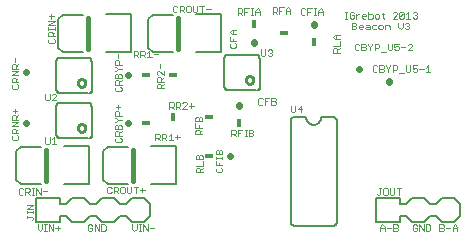
<source format=gto>
G75*
G70*
%OFA0B0*%
%FSLAX24Y24*%
%IPPOS*%
%LPD*%
%AMOC8*
5,1,8,0,0,1.08239X$1,22.5*
%
%ADD10C,0.0020*%
%ADD11C,0.0010*%
%ADD12C,0.0060*%
%ADD13C,0.0100*%
%ADD14C,0.0080*%
%ADD15C,0.0220*%
%ADD16C,0.0157*%
%ADD17R,0.0300X0.0180*%
%ADD18R,0.0180X0.0300*%
%ADD19C,0.0050*%
D10*
X005983Y003457D02*
X005983Y003604D01*
X006129Y003604D02*
X006129Y003457D01*
X006056Y003384D01*
X005983Y003457D01*
X006204Y003384D02*
X006277Y003384D01*
X006240Y003384D02*
X006240Y003604D01*
X006204Y003604D02*
X006277Y003604D01*
X006351Y003604D02*
X006498Y003384D01*
X006498Y003604D01*
X006572Y003494D02*
X006719Y003494D01*
X006645Y003567D02*
X006645Y003420D01*
X006351Y003384D02*
X006351Y003604D01*
X005841Y003786D02*
X005841Y003822D01*
X005804Y003859D01*
X005620Y003859D01*
X005620Y003822D02*
X005620Y003896D01*
X005620Y003970D02*
X005620Y004043D01*
X005620Y004007D02*
X005841Y004007D01*
X005841Y004043D02*
X005841Y003970D01*
X005841Y004117D02*
X005620Y004117D01*
X005841Y004264D01*
X005620Y004264D01*
X005566Y004598D02*
X005566Y004818D01*
X005676Y004818D01*
X005713Y004781D01*
X005713Y004708D01*
X005676Y004671D01*
X005566Y004671D01*
X005639Y004671D02*
X005713Y004598D01*
X005787Y004598D02*
X005860Y004598D01*
X005824Y004598D02*
X005824Y004818D01*
X005860Y004818D02*
X005787Y004818D01*
X005934Y004818D02*
X006081Y004598D01*
X006081Y004818D01*
X006155Y004708D02*
X006302Y004708D01*
X005934Y004598D02*
X005934Y004818D01*
X005492Y004781D02*
X005455Y004818D01*
X005382Y004818D01*
X005345Y004781D01*
X005345Y004634D01*
X005382Y004598D01*
X005455Y004598D01*
X005492Y004634D01*
X005841Y003786D02*
X005804Y003749D01*
X007656Y003567D02*
X007656Y003420D01*
X007693Y003384D01*
X007766Y003384D01*
X007803Y003420D01*
X007803Y003494D01*
X007729Y003494D01*
X007656Y003567D02*
X007693Y003604D01*
X007766Y003604D01*
X007803Y003567D01*
X007877Y003604D02*
X008024Y003384D01*
X008024Y003604D01*
X008098Y003604D02*
X008208Y003604D01*
X008245Y003567D01*
X008245Y003420D01*
X008208Y003384D01*
X008098Y003384D01*
X008098Y003604D01*
X007877Y003604D02*
X007877Y003384D01*
X009132Y003457D02*
X009206Y003384D01*
X009279Y003457D01*
X009279Y003604D01*
X009353Y003604D02*
X009427Y003604D01*
X009390Y003604D02*
X009390Y003384D01*
X009353Y003384D02*
X009427Y003384D01*
X009501Y003384D02*
X009501Y003604D01*
X009647Y003384D01*
X009647Y003604D01*
X009722Y003494D02*
X009868Y003494D01*
X009132Y003457D02*
X009132Y003604D01*
X009071Y004643D02*
X009107Y004680D01*
X009107Y004864D01*
X009182Y004864D02*
X009328Y004864D01*
X009255Y004864D02*
X009255Y004643D01*
X009071Y004643D02*
X008997Y004643D01*
X008961Y004680D01*
X008961Y004864D01*
X008886Y004827D02*
X008850Y004864D01*
X008776Y004864D01*
X008740Y004827D01*
X008740Y004680D01*
X008776Y004643D01*
X008850Y004643D01*
X008886Y004680D01*
X008886Y004827D01*
X008665Y004827D02*
X008629Y004864D01*
X008519Y004864D01*
X008519Y004643D01*
X008519Y004717D02*
X008629Y004717D01*
X008665Y004754D01*
X008665Y004827D01*
X008592Y004717D02*
X008665Y004643D01*
X008444Y004680D02*
X008408Y004643D01*
X008334Y004643D01*
X008298Y004680D01*
X008298Y004827D01*
X008334Y004864D01*
X008408Y004864D01*
X008444Y004827D01*
X009403Y004754D02*
X009549Y004754D01*
X009476Y004827D02*
X009476Y004680D01*
X011258Y005341D02*
X011258Y005452D01*
X011295Y005488D01*
X011368Y005488D01*
X011405Y005452D01*
X011405Y005341D01*
X011478Y005341D02*
X011258Y005341D01*
X011405Y005415D02*
X011478Y005488D01*
X011478Y005562D02*
X011478Y005709D01*
X011478Y005783D02*
X011478Y005894D01*
X011442Y005930D01*
X011405Y005930D01*
X011368Y005894D01*
X011368Y005783D01*
X011478Y005783D02*
X011258Y005783D01*
X011258Y005894D01*
X011295Y005930D01*
X011332Y005930D01*
X011368Y005894D01*
X011919Y005867D02*
X011919Y005794D01*
X011919Y005830D02*
X012139Y005830D01*
X012139Y005794D02*
X012139Y005867D01*
X012139Y005941D02*
X012139Y006051D01*
X012102Y006088D01*
X012066Y006088D01*
X012029Y006051D01*
X012029Y005941D01*
X012139Y005941D02*
X011919Y005941D01*
X011919Y006051D01*
X011956Y006088D01*
X011992Y006088D01*
X012029Y006051D01*
X011919Y005720D02*
X011919Y005573D01*
X012139Y005573D01*
X012102Y005499D02*
X012139Y005462D01*
X012139Y005388D01*
X012102Y005352D01*
X011956Y005352D01*
X011919Y005388D01*
X011919Y005462D01*
X011956Y005499D01*
X012029Y005573D02*
X012029Y005646D01*
X011478Y005562D02*
X011258Y005562D01*
X010491Y006415D02*
X010344Y006415D01*
X010417Y006415D02*
X010417Y006635D01*
X010344Y006562D01*
X010270Y006599D02*
X010270Y006525D01*
X010233Y006489D01*
X010123Y006489D01*
X010196Y006489D02*
X010270Y006415D01*
X010123Y006415D02*
X010123Y006635D01*
X010233Y006635D01*
X010270Y006599D01*
X010049Y006599D02*
X010049Y006525D01*
X010012Y006489D01*
X009902Y006489D01*
X009975Y006489D02*
X010049Y006415D01*
X009902Y006415D02*
X009902Y006635D01*
X010012Y006635D01*
X010049Y006599D01*
X010565Y006525D02*
X010712Y006525D01*
X010638Y006452D02*
X010638Y006599D01*
X011241Y006611D02*
X011241Y006721D01*
X011278Y006758D01*
X011351Y006758D01*
X011388Y006721D01*
X011388Y006611D01*
X011461Y006611D02*
X011241Y006611D01*
X011388Y006684D02*
X011461Y006758D01*
X011461Y006832D02*
X011241Y006832D01*
X011241Y006979D01*
X011241Y007053D02*
X011241Y007163D01*
X011278Y007200D01*
X011314Y007200D01*
X011351Y007163D01*
X011351Y007053D01*
X011351Y007163D02*
X011388Y007200D01*
X011424Y007200D01*
X011461Y007163D01*
X011461Y007053D01*
X011241Y007053D01*
X011351Y006905D02*
X011351Y006832D01*
X012437Y006767D02*
X012437Y006547D01*
X012437Y006620D02*
X012547Y006620D01*
X012583Y006657D01*
X012583Y006730D01*
X012547Y006767D01*
X012437Y006767D01*
X012510Y006620D02*
X012583Y006547D01*
X012658Y006547D02*
X012658Y006767D01*
X012804Y006767D01*
X012879Y006767D02*
X012952Y006767D01*
X012915Y006767D02*
X012915Y006547D01*
X012879Y006547D02*
X012952Y006547D01*
X013026Y006547D02*
X013136Y006547D01*
X013173Y006583D01*
X013173Y006620D01*
X013136Y006657D01*
X013026Y006657D01*
X013026Y006547D02*
X013026Y006767D01*
X013136Y006767D01*
X013173Y006730D01*
X013173Y006694D01*
X013136Y006657D01*
X012731Y006657D02*
X012658Y006657D01*
X011104Y007494D02*
X011104Y007641D01*
X011030Y007568D02*
X011177Y007568D01*
X010956Y007604D02*
X010956Y007641D01*
X010919Y007678D01*
X010846Y007678D01*
X010809Y007641D01*
X010735Y007641D02*
X010735Y007568D01*
X010698Y007531D01*
X010588Y007531D01*
X010588Y007458D02*
X010588Y007678D01*
X010698Y007678D01*
X010735Y007641D01*
X010662Y007531D02*
X010735Y007458D01*
X010809Y007458D02*
X010956Y007604D01*
X010956Y007458D02*
X010809Y007458D01*
X010514Y007458D02*
X010441Y007531D01*
X010477Y007531D02*
X010367Y007531D01*
X010367Y007458D02*
X010367Y007678D01*
X010477Y007678D01*
X010514Y007641D01*
X010514Y007568D01*
X010477Y007531D01*
X010180Y008140D02*
X009960Y008140D01*
X009960Y008250D01*
X009997Y008287D01*
X010070Y008287D01*
X010107Y008250D01*
X010107Y008140D01*
X010107Y008213D02*
X010180Y008287D01*
X010180Y008361D02*
X009960Y008361D01*
X009960Y008471D01*
X009997Y008508D01*
X010070Y008508D01*
X010107Y008471D01*
X010107Y008361D01*
X010107Y008434D02*
X010180Y008508D01*
X010180Y008582D02*
X010033Y008729D01*
X009997Y008729D01*
X009960Y008692D01*
X009960Y008619D01*
X009997Y008582D01*
X010180Y008582D02*
X010180Y008729D01*
X010070Y008803D02*
X010070Y008950D01*
X009777Y009171D02*
X009630Y009171D01*
X009703Y009171D02*
X009703Y009391D01*
X009630Y009318D01*
X009556Y009355D02*
X009556Y009281D01*
X009519Y009244D01*
X009409Y009244D01*
X009409Y009171D02*
X009409Y009391D01*
X009519Y009391D01*
X009556Y009355D01*
X009482Y009244D02*
X009556Y009171D01*
X009335Y009171D02*
X009261Y009244D01*
X009298Y009244D02*
X009188Y009244D01*
X009188Y009171D02*
X009188Y009391D01*
X009298Y009391D01*
X009335Y009355D01*
X009335Y009281D01*
X009298Y009244D01*
X009851Y009281D02*
X009998Y009281D01*
X008778Y008925D02*
X008558Y008925D01*
X008558Y009036D01*
X008595Y009072D01*
X008668Y009072D01*
X008705Y009036D01*
X008705Y008925D01*
X008595Y008851D02*
X008668Y008778D01*
X008778Y008778D01*
X008668Y008778D02*
X008595Y008704D01*
X008558Y008704D01*
X008595Y008630D02*
X008632Y008630D01*
X008668Y008594D01*
X008668Y008483D01*
X008668Y008409D02*
X008705Y008373D01*
X008705Y008262D01*
X008778Y008262D02*
X008558Y008262D01*
X008558Y008373D01*
X008595Y008409D01*
X008668Y008409D01*
X008705Y008336D02*
X008778Y008409D01*
X008778Y008483D02*
X008558Y008483D01*
X008558Y008594D01*
X008595Y008630D01*
X008668Y008594D02*
X008705Y008630D01*
X008742Y008630D01*
X008778Y008594D01*
X008778Y008483D01*
X008742Y008188D02*
X008778Y008152D01*
X008778Y008078D01*
X008742Y008041D01*
X008595Y008041D01*
X008558Y008078D01*
X008558Y008152D01*
X008595Y008188D01*
X008668Y007595D02*
X008668Y007448D01*
X008668Y007374D02*
X008705Y007337D01*
X008705Y007227D01*
X008778Y007227D02*
X008558Y007227D01*
X008558Y007337D01*
X008595Y007374D01*
X008668Y007374D01*
X008595Y007521D02*
X008742Y007521D01*
X008595Y007153D02*
X008558Y007153D01*
X008595Y007153D02*
X008668Y007079D01*
X008778Y007079D01*
X008668Y007079D02*
X008595Y007006D01*
X008558Y007006D01*
X008595Y006932D02*
X008632Y006932D01*
X008668Y006895D01*
X008668Y006785D01*
X008668Y006711D02*
X008705Y006674D01*
X008705Y006564D01*
X008778Y006564D02*
X008558Y006564D01*
X008558Y006674D01*
X008595Y006711D01*
X008668Y006711D01*
X008705Y006637D02*
X008778Y006711D01*
X008778Y006785D02*
X008778Y006895D01*
X008742Y006932D01*
X008705Y006932D01*
X008668Y006895D01*
X008595Y006932D02*
X008558Y006895D01*
X008558Y006785D01*
X008778Y006785D01*
X008742Y006490D02*
X008778Y006453D01*
X008778Y006380D01*
X008742Y006343D01*
X008595Y006343D01*
X008558Y006380D01*
X008558Y006453D01*
X008595Y006490D01*
X006602Y006289D02*
X006455Y006289D01*
X006528Y006289D02*
X006528Y006509D01*
X006455Y006436D01*
X006381Y006509D02*
X006381Y006326D01*
X006344Y006289D01*
X006271Y006289D01*
X006234Y006326D01*
X006234Y006509D01*
X005333Y006540D02*
X005296Y006577D01*
X005333Y006540D02*
X005333Y006467D01*
X005296Y006430D01*
X005149Y006430D01*
X005112Y006467D01*
X005112Y006540D01*
X005149Y006577D01*
X005112Y006651D02*
X005112Y006761D01*
X005149Y006798D01*
X005223Y006798D01*
X005259Y006761D01*
X005259Y006651D01*
X005333Y006651D02*
X005112Y006651D01*
X005259Y006725D02*
X005333Y006798D01*
X005333Y006872D02*
X005112Y006872D01*
X005333Y007019D01*
X005112Y007019D01*
X005112Y007093D02*
X005112Y007203D01*
X005149Y007240D01*
X005223Y007240D01*
X005259Y007203D01*
X005259Y007093D01*
X005259Y007167D02*
X005333Y007240D01*
X005223Y007314D02*
X005223Y007461D01*
X005149Y007388D02*
X005296Y007388D01*
X005333Y007093D02*
X005112Y007093D01*
X006234Y007779D02*
X006271Y007742D01*
X006344Y007742D01*
X006381Y007779D01*
X006381Y007962D01*
X006455Y007925D02*
X006492Y007962D01*
X006565Y007962D01*
X006602Y007925D01*
X006602Y007889D01*
X006455Y007742D01*
X006602Y007742D01*
X006234Y007779D02*
X006234Y007962D01*
X005333Y008167D02*
X005296Y008130D01*
X005149Y008130D01*
X005112Y008167D01*
X005112Y008240D01*
X005149Y008277D01*
X005112Y008351D02*
X005112Y008461D01*
X005149Y008498D01*
X005223Y008498D01*
X005259Y008461D01*
X005259Y008351D01*
X005333Y008351D02*
X005112Y008351D01*
X005259Y008425D02*
X005333Y008498D01*
X005333Y008572D02*
X005112Y008572D01*
X005333Y008719D01*
X005112Y008719D01*
X005112Y008793D02*
X005112Y008903D01*
X005149Y008940D01*
X005223Y008940D01*
X005259Y008903D01*
X005259Y008793D01*
X005259Y008867D02*
X005333Y008940D01*
X005223Y009014D02*
X005223Y009161D01*
X005333Y008793D02*
X005112Y008793D01*
X005296Y008277D02*
X005333Y008240D01*
X005333Y008167D01*
X006370Y009654D02*
X006333Y009691D01*
X006333Y009764D01*
X006370Y009801D01*
X006333Y009875D02*
X006333Y009985D01*
X006370Y010022D01*
X006443Y010022D01*
X006480Y009985D01*
X006480Y009875D01*
X006553Y009875D02*
X006333Y009875D01*
X006480Y009948D02*
X006553Y010022D01*
X006553Y010096D02*
X006553Y010169D01*
X006553Y010133D02*
X006333Y010133D01*
X006333Y010169D02*
X006333Y010096D01*
X006333Y010243D02*
X006553Y010390D01*
X006333Y010390D01*
X006443Y010464D02*
X006443Y010611D01*
X006370Y010538D02*
X006516Y010538D01*
X006553Y010243D02*
X006333Y010243D01*
X006516Y009801D02*
X006553Y009764D01*
X006553Y009691D01*
X006516Y009654D01*
X006370Y009654D01*
X008668Y009293D02*
X008668Y009146D01*
X008595Y008851D02*
X008558Y008851D01*
X010492Y010708D02*
X010529Y010671D01*
X010602Y010671D01*
X010639Y010708D01*
X010713Y010744D02*
X010823Y010744D01*
X010860Y010781D01*
X010860Y010855D01*
X010823Y010891D01*
X010713Y010891D01*
X010713Y010671D01*
X010787Y010744D02*
X010860Y010671D01*
X010934Y010708D02*
X010971Y010671D01*
X011044Y010671D01*
X011081Y010708D01*
X011081Y010855D01*
X011044Y010891D01*
X010971Y010891D01*
X010934Y010855D01*
X010934Y010708D01*
X011155Y010708D02*
X011192Y010671D01*
X011265Y010671D01*
X011302Y010708D01*
X011302Y010891D01*
X011376Y010891D02*
X011523Y010891D01*
X011449Y010891D02*
X011449Y010671D01*
X011597Y010781D02*
X011744Y010781D01*
X011155Y010708D02*
X011155Y010891D01*
X010639Y010855D02*
X010602Y010891D01*
X010529Y010891D01*
X010492Y010855D01*
X010492Y010708D01*
X012379Y010016D02*
X012453Y009943D01*
X012600Y009943D01*
X012489Y009943D02*
X012489Y010089D01*
X012453Y010089D02*
X012600Y010089D01*
X012453Y010089D02*
X012379Y010016D01*
X012379Y009868D02*
X012379Y009722D01*
X012600Y009722D01*
X012563Y009647D02*
X012600Y009611D01*
X012600Y009537D01*
X012563Y009501D01*
X012416Y009501D01*
X012379Y009537D01*
X012379Y009611D01*
X012416Y009647D01*
X012489Y009722D02*
X012489Y009795D01*
X013429Y009437D02*
X013429Y009253D01*
X013466Y009217D01*
X013539Y009217D01*
X013576Y009253D01*
X013576Y009437D01*
X013650Y009400D02*
X013687Y009437D01*
X013760Y009437D01*
X013797Y009400D01*
X013797Y009363D01*
X013760Y009327D01*
X013797Y009290D01*
X013797Y009253D01*
X013760Y009217D01*
X013687Y009217D01*
X013650Y009253D01*
X013724Y009327D02*
X013760Y009327D01*
X013812Y010624D02*
X013812Y010844D01*
X013922Y010844D01*
X013959Y010807D01*
X013959Y010734D01*
X013922Y010697D01*
X013812Y010697D01*
X013886Y010697D02*
X013959Y010624D01*
X014033Y010624D02*
X014033Y010844D01*
X014180Y010844D01*
X014254Y010771D02*
X014328Y010844D01*
X014401Y010771D01*
X014401Y010624D01*
X014401Y010734D02*
X014254Y010734D01*
X014254Y010771D02*
X014254Y010624D01*
X014107Y010734D02*
X014033Y010734D01*
X013389Y010735D02*
X013389Y010588D01*
X013389Y010698D02*
X013242Y010698D01*
X013242Y010735D02*
X013242Y010588D01*
X013169Y010588D02*
X013095Y010588D01*
X013132Y010588D02*
X013132Y010809D01*
X013095Y010809D02*
X013169Y010809D01*
X013242Y010735D02*
X013316Y010809D01*
X013389Y010735D01*
X013021Y010809D02*
X012874Y010809D01*
X012874Y010588D01*
X012800Y010588D02*
X012727Y010662D01*
X012763Y010662D02*
X012653Y010662D01*
X012653Y010588D02*
X012653Y010809D01*
X012763Y010809D01*
X012800Y010772D01*
X012800Y010698D01*
X012763Y010662D01*
X012874Y010698D02*
X012948Y010698D01*
X014752Y010625D02*
X014788Y010588D01*
X014862Y010588D01*
X014898Y010625D01*
X014973Y010588D02*
X014973Y010809D01*
X015119Y010809D01*
X015194Y010809D02*
X015267Y010809D01*
X015230Y010809D02*
X015230Y010588D01*
X015194Y010588D02*
X015267Y010588D01*
X015341Y010588D02*
X015341Y010735D01*
X015414Y010809D01*
X015488Y010735D01*
X015488Y010588D01*
X015488Y010698D02*
X015341Y010698D01*
X015046Y010698D02*
X014973Y010698D01*
X014898Y010772D02*
X014862Y010809D01*
X014788Y010809D01*
X014752Y010772D01*
X014752Y010625D01*
X015824Y009851D02*
X015898Y009924D01*
X016044Y009924D01*
X015934Y009924D02*
X015934Y009777D01*
X015898Y009777D02*
X015824Y009851D01*
X015898Y009777D02*
X016044Y009777D01*
X016044Y009703D02*
X016044Y009556D01*
X015824Y009556D01*
X015861Y009482D02*
X015934Y009482D01*
X015971Y009445D01*
X015971Y009335D01*
X016044Y009335D02*
X015824Y009335D01*
X015824Y009445D01*
X015861Y009482D01*
X015971Y009409D02*
X016044Y009482D01*
X016549Y009440D02*
X016586Y009403D01*
X016659Y009403D01*
X016696Y009440D01*
X016770Y009403D02*
X016880Y009403D01*
X016917Y009440D01*
X016917Y009477D01*
X016880Y009513D01*
X016770Y009513D01*
X016696Y009587D02*
X016659Y009623D01*
X016586Y009623D01*
X016549Y009587D01*
X016549Y009440D01*
X016770Y009403D02*
X016770Y009623D01*
X016880Y009623D01*
X016917Y009587D01*
X016917Y009550D01*
X016880Y009513D01*
X016991Y009587D02*
X017065Y009513D01*
X017065Y009403D01*
X017065Y009513D02*
X017138Y009587D01*
X017138Y009623D01*
X017212Y009623D02*
X017322Y009623D01*
X017359Y009587D01*
X017359Y009513D01*
X017322Y009477D01*
X017212Y009477D01*
X017212Y009403D02*
X017212Y009623D01*
X016991Y009623D02*
X016991Y009587D01*
X017433Y009367D02*
X017580Y009367D01*
X017654Y009440D02*
X017691Y009403D01*
X017764Y009403D01*
X017801Y009440D01*
X017801Y009623D01*
X017875Y009623D02*
X017875Y009513D01*
X017949Y009550D01*
X017985Y009550D01*
X018022Y009513D01*
X018022Y009440D01*
X017985Y009403D01*
X017912Y009403D01*
X017875Y009440D01*
X017875Y009623D02*
X018022Y009623D01*
X018096Y009513D02*
X018243Y009513D01*
X018317Y009587D02*
X018354Y009623D01*
X018427Y009623D01*
X018464Y009587D01*
X018464Y009550D01*
X018317Y009403D01*
X018464Y009403D01*
X018479Y008909D02*
X018479Y008798D01*
X018552Y008835D01*
X018589Y008835D01*
X018626Y008798D01*
X018626Y008725D01*
X018589Y008688D01*
X018516Y008688D01*
X018479Y008725D01*
X018405Y008725D02*
X018405Y008909D01*
X018479Y008909D02*
X018626Y008909D01*
X018700Y008798D02*
X018847Y008798D01*
X018921Y008835D02*
X018994Y008909D01*
X018994Y008688D01*
X018921Y008688D02*
X019068Y008688D01*
X018405Y008725D02*
X018368Y008688D01*
X018295Y008688D01*
X018258Y008725D01*
X018258Y008909D01*
X017963Y008872D02*
X017963Y008798D01*
X017926Y008762D01*
X017816Y008762D01*
X017816Y008688D02*
X017816Y008909D01*
X017926Y008909D01*
X017963Y008872D01*
X017742Y008872D02*
X017669Y008798D01*
X017669Y008688D01*
X017669Y008798D02*
X017595Y008872D01*
X017595Y008909D01*
X017521Y008872D02*
X017521Y008835D01*
X017484Y008798D01*
X017374Y008798D01*
X017300Y008725D02*
X017263Y008688D01*
X017190Y008688D01*
X017153Y008725D01*
X017153Y008872D01*
X017190Y008909D01*
X017263Y008909D01*
X017300Y008872D01*
X017374Y008909D02*
X017484Y008909D01*
X017521Y008872D01*
X017484Y008798D02*
X017521Y008762D01*
X017521Y008725D01*
X017484Y008688D01*
X017374Y008688D01*
X017374Y008909D01*
X017742Y008909D02*
X017742Y008872D01*
X018037Y008652D02*
X018184Y008652D01*
X017654Y009440D02*
X017654Y009623D01*
X017711Y010112D02*
X017711Y010222D01*
X017674Y010259D01*
X017564Y010259D01*
X017564Y010112D01*
X017490Y010149D02*
X017453Y010112D01*
X017380Y010112D01*
X017343Y010149D01*
X017343Y010222D01*
X017380Y010259D01*
X017453Y010259D01*
X017490Y010222D01*
X017490Y010149D01*
X017269Y010112D02*
X017159Y010112D01*
X017122Y010149D01*
X017122Y010222D01*
X017159Y010259D01*
X017269Y010259D01*
X017048Y010222D02*
X017048Y010112D01*
X016938Y010112D01*
X016901Y010149D01*
X016938Y010185D01*
X017048Y010185D01*
X017048Y010222D02*
X017011Y010259D01*
X016938Y010259D01*
X016827Y010222D02*
X016827Y010185D01*
X016680Y010185D01*
X016680Y010149D02*
X016680Y010222D01*
X016717Y010259D01*
X016790Y010259D01*
X016827Y010222D01*
X016790Y010112D02*
X016717Y010112D01*
X016680Y010149D01*
X016606Y010149D02*
X016569Y010112D01*
X016459Y010112D01*
X016459Y010332D01*
X016569Y010332D01*
X016606Y010295D01*
X016606Y010259D01*
X016569Y010222D01*
X016459Y010222D01*
X016569Y010222D02*
X016606Y010185D01*
X016606Y010149D01*
X016599Y010466D02*
X016599Y010613D01*
X016599Y010540D02*
X016672Y010613D01*
X016709Y010613D01*
X016783Y010576D02*
X016820Y010613D01*
X016893Y010613D01*
X016930Y010576D01*
X016930Y010540D01*
X016783Y010540D01*
X016783Y010576D02*
X016783Y010503D01*
X016820Y010466D01*
X016893Y010466D01*
X017004Y010466D02*
X017004Y010686D01*
X017004Y010613D02*
X017114Y010613D01*
X017151Y010576D01*
X017151Y010503D01*
X017114Y010466D01*
X017004Y010466D01*
X017225Y010503D02*
X017225Y010576D01*
X017262Y010613D01*
X017335Y010613D01*
X017372Y010576D01*
X017372Y010503D01*
X017335Y010466D01*
X017262Y010466D01*
X017225Y010503D01*
X017446Y010613D02*
X017520Y010613D01*
X017483Y010650D02*
X017483Y010503D01*
X017520Y010466D01*
X017814Y010466D02*
X017961Y010613D01*
X017961Y010650D01*
X017925Y010686D01*
X017851Y010686D01*
X017814Y010650D01*
X017814Y010466D02*
X017961Y010466D01*
X018035Y010503D02*
X018182Y010650D01*
X018182Y010503D01*
X018146Y010466D01*
X018072Y010466D01*
X018035Y010503D01*
X018035Y010650D01*
X018072Y010686D01*
X018146Y010686D01*
X018182Y010650D01*
X018256Y010613D02*
X018330Y010686D01*
X018330Y010466D01*
X018403Y010466D02*
X018256Y010466D01*
X018264Y010332D02*
X018337Y010332D01*
X018374Y010295D01*
X018374Y010259D01*
X018337Y010222D01*
X018374Y010185D01*
X018374Y010149D01*
X018337Y010112D01*
X018264Y010112D01*
X018227Y010149D01*
X018153Y010185D02*
X018153Y010332D01*
X018227Y010295D02*
X018264Y010332D01*
X018300Y010222D02*
X018337Y010222D01*
X018153Y010185D02*
X018079Y010112D01*
X018006Y010185D01*
X018006Y010332D01*
X018477Y010503D02*
X018514Y010466D01*
X018588Y010466D01*
X018624Y010503D01*
X018624Y010540D01*
X018588Y010576D01*
X018551Y010576D01*
X018588Y010576D02*
X018624Y010613D01*
X018624Y010650D01*
X018588Y010686D01*
X018514Y010686D01*
X018477Y010650D01*
X016525Y010650D02*
X016488Y010686D01*
X016415Y010686D01*
X016378Y010650D01*
X016378Y010503D01*
X016415Y010466D01*
X016488Y010466D01*
X016525Y010503D01*
X016525Y010576D01*
X016451Y010576D01*
X016304Y010466D02*
X016231Y010466D01*
X016267Y010466D02*
X016267Y010686D01*
X016231Y010686D02*
X016304Y010686D01*
X013886Y007813D02*
X013776Y007813D01*
X013776Y007593D01*
X013886Y007593D01*
X013923Y007630D01*
X013923Y007666D01*
X013886Y007703D01*
X013776Y007703D01*
X013886Y007703D02*
X013923Y007740D01*
X013923Y007777D01*
X013886Y007813D01*
X013702Y007813D02*
X013555Y007813D01*
X013555Y007593D01*
X013481Y007630D02*
X013444Y007593D01*
X013371Y007593D01*
X013334Y007630D01*
X013334Y007777D01*
X013371Y007813D01*
X013444Y007813D01*
X013481Y007777D01*
X013555Y007703D02*
X013629Y007703D01*
X014425Y007559D02*
X014425Y007375D01*
X014462Y007338D01*
X014535Y007338D01*
X014572Y007375D01*
X014572Y007559D01*
X014646Y007448D02*
X014793Y007448D01*
X014756Y007338D02*
X014756Y007559D01*
X014646Y007448D01*
X017355Y004809D02*
X017428Y004809D01*
X017391Y004809D02*
X017391Y004625D01*
X017355Y004588D01*
X017318Y004588D01*
X017281Y004625D01*
X017502Y004625D02*
X017502Y004772D01*
X017539Y004809D01*
X017612Y004809D01*
X017649Y004772D01*
X017649Y004625D01*
X017612Y004588D01*
X017539Y004588D01*
X017502Y004625D01*
X017723Y004625D02*
X017723Y004809D01*
X017870Y004809D02*
X017870Y004625D01*
X017833Y004588D01*
X017760Y004588D01*
X017723Y004625D01*
X017944Y004809D02*
X018091Y004809D01*
X018017Y004809D02*
X018017Y004588D01*
X017952Y003604D02*
X017842Y003604D01*
X017842Y003384D01*
X017952Y003384D01*
X017989Y003420D01*
X017989Y003457D01*
X017952Y003494D01*
X017842Y003494D01*
X017768Y003494D02*
X017621Y003494D01*
X017547Y003494D02*
X017400Y003494D01*
X017400Y003530D02*
X017473Y003604D01*
X017547Y003530D01*
X017547Y003384D01*
X017400Y003384D02*
X017400Y003530D01*
X017952Y003494D02*
X017989Y003530D01*
X017989Y003567D01*
X017952Y003604D01*
X018483Y003567D02*
X018483Y003420D01*
X018519Y003384D01*
X018593Y003384D01*
X018629Y003420D01*
X018629Y003494D01*
X018556Y003494D01*
X018483Y003567D02*
X018519Y003604D01*
X018593Y003604D01*
X018629Y003567D01*
X018704Y003604D02*
X018850Y003384D01*
X018850Y003604D01*
X018925Y003604D02*
X019035Y003604D01*
X019071Y003567D01*
X019071Y003420D01*
X019035Y003384D01*
X018925Y003384D01*
X018925Y003604D01*
X018704Y003604D02*
X018704Y003384D01*
X019369Y003384D02*
X019479Y003384D01*
X019515Y003420D01*
X019515Y003457D01*
X019479Y003494D01*
X019369Y003494D01*
X019479Y003494D02*
X019515Y003530D01*
X019515Y003567D01*
X019479Y003604D01*
X019369Y003604D01*
X019369Y003384D01*
X019590Y003494D02*
X019736Y003494D01*
X019811Y003494D02*
X019957Y003494D01*
X019957Y003530D02*
X019957Y003384D01*
X019957Y003530D02*
X019884Y003604D01*
X019811Y003530D01*
X019811Y003384D01*
D11*
X013282Y008072D02*
X013282Y008122D01*
X013283Y008121D02*
X013298Y008124D01*
X013312Y008129D01*
X013324Y008137D01*
X013335Y008148D01*
X013343Y008160D01*
X013348Y008174D01*
X013351Y008189D01*
X013400Y008190D01*
X013401Y008189D01*
X013398Y008169D01*
X013393Y008149D01*
X013384Y008131D01*
X013372Y008115D01*
X013357Y008100D01*
X013341Y008088D01*
X013323Y008079D01*
X013303Y008074D01*
X013283Y008071D01*
X013283Y008080D01*
X013302Y008082D01*
X013320Y008088D01*
X013336Y008096D01*
X013352Y008107D01*
X013365Y008120D01*
X013376Y008136D01*
X013384Y008152D01*
X013390Y008170D01*
X013392Y008189D01*
X013383Y008189D01*
X013380Y008170D01*
X013374Y008152D01*
X013365Y008135D01*
X013352Y008120D01*
X013337Y008107D01*
X013320Y008098D01*
X013302Y008092D01*
X013283Y008089D01*
X013283Y008098D01*
X013300Y008101D01*
X013317Y008106D01*
X013332Y008115D01*
X013346Y008126D01*
X013357Y008140D01*
X013366Y008155D01*
X013371Y008172D01*
X013374Y008189D01*
X013365Y008189D01*
X013362Y008171D01*
X013355Y008154D01*
X013346Y008139D01*
X013333Y008126D01*
X013318Y008117D01*
X013301Y008110D01*
X013283Y008107D01*
X013283Y008116D01*
X013299Y008119D01*
X013314Y008125D01*
X013327Y008133D01*
X013339Y008145D01*
X013347Y008158D01*
X013353Y008173D01*
X013356Y008189D01*
X012184Y008190D02*
X012234Y008190D01*
X012233Y008189D02*
X012236Y008174D01*
X012241Y008160D01*
X012249Y008148D01*
X012260Y008137D01*
X012272Y008129D01*
X012286Y008124D01*
X012301Y008121D01*
X012302Y008072D01*
X012301Y008071D01*
X012281Y008074D01*
X012261Y008079D01*
X012243Y008088D01*
X012227Y008100D01*
X012212Y008115D01*
X012200Y008131D01*
X012191Y008149D01*
X012186Y008169D01*
X012183Y008189D01*
X012192Y008189D01*
X012194Y008170D01*
X012200Y008152D01*
X012208Y008136D01*
X012219Y008120D01*
X012232Y008107D01*
X012248Y008096D01*
X012264Y008088D01*
X012282Y008082D01*
X012301Y008080D01*
X012301Y008089D01*
X012282Y008092D01*
X012264Y008098D01*
X012247Y008107D01*
X012232Y008120D01*
X012219Y008135D01*
X012210Y008152D01*
X012204Y008170D01*
X012201Y008189D01*
X012210Y008189D01*
X012213Y008172D01*
X012218Y008155D01*
X012227Y008140D01*
X012238Y008126D01*
X012252Y008115D01*
X012267Y008106D01*
X012284Y008101D01*
X012301Y008098D01*
X012301Y008107D01*
X012283Y008110D01*
X012266Y008117D01*
X012251Y008126D01*
X012238Y008139D01*
X012229Y008154D01*
X012222Y008171D01*
X012219Y008189D01*
X012228Y008189D01*
X012231Y008173D01*
X012237Y008158D01*
X012245Y008145D01*
X012257Y008133D01*
X012270Y008125D01*
X012285Y008119D01*
X012301Y008116D01*
X007682Y007972D02*
X007682Y008022D01*
X007683Y008021D02*
X007698Y008024D01*
X007712Y008029D01*
X007724Y008037D01*
X007735Y008048D01*
X007743Y008060D01*
X007748Y008074D01*
X007751Y008089D01*
X007800Y008090D01*
X007801Y008089D01*
X007798Y008069D01*
X007793Y008049D01*
X007784Y008031D01*
X007772Y008015D01*
X007757Y008000D01*
X007741Y007988D01*
X007723Y007979D01*
X007703Y007974D01*
X007683Y007971D01*
X007683Y007980D01*
X007702Y007982D01*
X007720Y007988D01*
X007736Y007996D01*
X007752Y008007D01*
X007765Y008020D01*
X007776Y008036D01*
X007784Y008052D01*
X007790Y008070D01*
X007792Y008089D01*
X007783Y008089D01*
X007780Y008070D01*
X007774Y008052D01*
X007765Y008035D01*
X007752Y008020D01*
X007737Y008007D01*
X007720Y007998D01*
X007702Y007992D01*
X007683Y007989D01*
X007683Y007998D01*
X007700Y008001D01*
X007717Y008006D01*
X007732Y008015D01*
X007746Y008026D01*
X007757Y008040D01*
X007766Y008055D01*
X007771Y008072D01*
X007774Y008089D01*
X007765Y008089D01*
X007762Y008071D01*
X007755Y008054D01*
X007746Y008039D01*
X007733Y008026D01*
X007718Y008017D01*
X007701Y008010D01*
X007683Y008007D01*
X007683Y008016D01*
X007699Y008019D01*
X007714Y008025D01*
X007727Y008033D01*
X007739Y008045D01*
X007747Y008058D01*
X007753Y008073D01*
X007756Y008089D01*
X006584Y008090D02*
X006634Y008090D01*
X006633Y008089D02*
X006636Y008074D01*
X006641Y008060D01*
X006649Y008048D01*
X006660Y008037D01*
X006672Y008029D01*
X006686Y008024D01*
X006701Y008021D01*
X006702Y007972D01*
X006701Y007971D01*
X006681Y007974D01*
X006661Y007979D01*
X006643Y007988D01*
X006627Y008000D01*
X006612Y008015D01*
X006600Y008031D01*
X006591Y008049D01*
X006586Y008069D01*
X006583Y008089D01*
X006592Y008089D01*
X006594Y008070D01*
X006600Y008052D01*
X006608Y008036D01*
X006619Y008020D01*
X006632Y008007D01*
X006648Y007996D01*
X006664Y007988D01*
X006682Y007982D01*
X006701Y007980D01*
X006701Y007989D01*
X006682Y007992D01*
X006664Y007998D01*
X006647Y008007D01*
X006632Y008020D01*
X006619Y008035D01*
X006610Y008052D01*
X006604Y008070D01*
X006601Y008089D01*
X006610Y008089D01*
X006613Y008072D01*
X006618Y008055D01*
X006627Y008040D01*
X006638Y008026D01*
X006652Y008015D01*
X006667Y008006D01*
X006684Y008001D01*
X006701Y007998D01*
X006701Y008007D01*
X006683Y008010D01*
X006666Y008017D01*
X006651Y008026D01*
X006638Y008039D01*
X006629Y008054D01*
X006622Y008071D01*
X006619Y008089D01*
X006628Y008089D01*
X006631Y008073D01*
X006637Y008058D01*
X006645Y008045D01*
X006657Y008033D01*
X006670Y008025D01*
X006685Y008019D01*
X006701Y008016D01*
X006584Y006590D02*
X006634Y006590D01*
X006633Y006589D02*
X006636Y006574D01*
X006641Y006560D01*
X006649Y006548D01*
X006660Y006537D01*
X006672Y006529D01*
X006686Y006524D01*
X006701Y006521D01*
X006702Y006472D01*
X006701Y006471D01*
X006681Y006474D01*
X006661Y006479D01*
X006643Y006488D01*
X006627Y006500D01*
X006612Y006515D01*
X006600Y006531D01*
X006591Y006549D01*
X006586Y006569D01*
X006583Y006589D01*
X006592Y006589D01*
X006594Y006570D01*
X006600Y006552D01*
X006608Y006536D01*
X006619Y006520D01*
X006632Y006507D01*
X006648Y006496D01*
X006664Y006488D01*
X006682Y006482D01*
X006701Y006480D01*
X006701Y006489D01*
X006682Y006492D01*
X006664Y006498D01*
X006647Y006507D01*
X006632Y006520D01*
X006619Y006535D01*
X006610Y006552D01*
X006604Y006570D01*
X006601Y006589D01*
X006610Y006589D01*
X006613Y006572D01*
X006618Y006555D01*
X006627Y006540D01*
X006638Y006526D01*
X006652Y006515D01*
X006667Y006506D01*
X006684Y006501D01*
X006701Y006498D01*
X006701Y006507D01*
X006683Y006510D01*
X006666Y006517D01*
X006651Y006526D01*
X006638Y006539D01*
X006629Y006554D01*
X006622Y006571D01*
X006619Y006589D01*
X006628Y006589D01*
X006631Y006573D01*
X006637Y006558D01*
X006645Y006545D01*
X006657Y006533D01*
X006670Y006525D01*
X006685Y006519D01*
X006701Y006516D01*
X007682Y006472D02*
X007682Y006522D01*
X007683Y006521D02*
X007698Y006524D01*
X007712Y006529D01*
X007724Y006537D01*
X007735Y006548D01*
X007743Y006560D01*
X007748Y006574D01*
X007751Y006589D01*
X007800Y006590D01*
X007801Y006589D01*
X007798Y006569D01*
X007793Y006549D01*
X007784Y006531D01*
X007772Y006515D01*
X007757Y006500D01*
X007741Y006488D01*
X007723Y006479D01*
X007703Y006474D01*
X007683Y006471D01*
X007683Y006480D01*
X007702Y006482D01*
X007720Y006488D01*
X007736Y006496D01*
X007752Y006507D01*
X007765Y006520D01*
X007776Y006536D01*
X007784Y006552D01*
X007790Y006570D01*
X007792Y006589D01*
X007783Y006589D01*
X007780Y006570D01*
X007774Y006552D01*
X007765Y006535D01*
X007752Y006520D01*
X007737Y006507D01*
X007720Y006498D01*
X007702Y006492D01*
X007683Y006489D01*
X007683Y006498D01*
X007700Y006501D01*
X007717Y006506D01*
X007732Y006515D01*
X007746Y006526D01*
X007757Y006540D01*
X007766Y006555D01*
X007771Y006572D01*
X007774Y006589D01*
X007765Y006589D01*
X007762Y006571D01*
X007755Y006554D01*
X007746Y006539D01*
X007733Y006526D01*
X007718Y006517D01*
X007701Y006510D01*
X007683Y006507D01*
X007683Y006516D01*
X007699Y006519D01*
X007714Y006525D01*
X007727Y006533D01*
X007739Y006545D01*
X007747Y006558D01*
X007753Y006573D01*
X007756Y006589D01*
D12*
X007777Y006598D02*
X007777Y007567D01*
X007776Y007563D02*
X007775Y007580D01*
X007770Y007597D01*
X007763Y007612D01*
X007753Y007626D01*
X007741Y007638D01*
X007727Y007648D01*
X007712Y007655D01*
X007695Y007660D01*
X007678Y007661D01*
X006706Y007661D01*
X006689Y007660D01*
X006672Y007655D01*
X006657Y007648D01*
X006643Y007638D01*
X006631Y007626D01*
X006621Y007612D01*
X006614Y007597D01*
X006609Y007580D01*
X006608Y007563D01*
X006607Y007567D02*
X006607Y006598D01*
X006706Y006496D02*
X007674Y006496D01*
X007674Y007996D02*
X006706Y007996D01*
X006607Y008098D02*
X006607Y009067D01*
X006608Y009063D02*
X006609Y009080D01*
X006614Y009097D01*
X006621Y009112D01*
X006631Y009126D01*
X006643Y009138D01*
X006657Y009148D01*
X006672Y009155D01*
X006689Y009160D01*
X006706Y009161D01*
X007678Y009161D01*
X007695Y009160D01*
X007712Y009155D01*
X007727Y009148D01*
X007741Y009138D01*
X007753Y009126D01*
X007763Y009112D01*
X007770Y009097D01*
X007775Y009080D01*
X007776Y009063D01*
X007777Y009067D02*
X007777Y008098D01*
X012207Y008198D02*
X012207Y009167D01*
X012208Y009163D02*
X012209Y009180D01*
X012214Y009197D01*
X012221Y009212D01*
X012231Y009226D01*
X012243Y009238D01*
X012257Y009248D01*
X012272Y009255D01*
X012289Y009260D01*
X012306Y009261D01*
X013278Y009261D01*
X013295Y009260D01*
X013312Y009255D01*
X013327Y009248D01*
X013341Y009238D01*
X013353Y009226D01*
X013363Y009212D01*
X013370Y009197D01*
X013375Y009180D01*
X013376Y009163D01*
X013377Y009167D02*
X013377Y008198D01*
X013274Y008096D02*
X012306Y008096D01*
D13*
X012918Y008422D02*
X012920Y008444D01*
X012926Y008466D01*
X012935Y008486D01*
X012948Y008504D01*
X012964Y008520D01*
X012982Y008533D01*
X013002Y008542D01*
X013024Y008548D01*
X013046Y008550D01*
X013068Y008548D01*
X013090Y008542D01*
X013110Y008533D01*
X013128Y008520D01*
X013144Y008504D01*
X013157Y008486D01*
X013166Y008466D01*
X013172Y008444D01*
X013174Y008422D01*
X013172Y008400D01*
X013166Y008378D01*
X013157Y008358D01*
X013144Y008340D01*
X013128Y008324D01*
X013110Y008311D01*
X013090Y008302D01*
X013068Y008296D01*
X013046Y008294D01*
X013024Y008296D01*
X013002Y008302D01*
X012982Y008311D01*
X012964Y008324D01*
X012948Y008340D01*
X012935Y008358D01*
X012926Y008378D01*
X012920Y008400D01*
X012918Y008422D01*
X007318Y008322D02*
X007320Y008344D01*
X007326Y008366D01*
X007335Y008386D01*
X007348Y008404D01*
X007364Y008420D01*
X007382Y008433D01*
X007402Y008442D01*
X007424Y008448D01*
X007446Y008450D01*
X007468Y008448D01*
X007490Y008442D01*
X007510Y008433D01*
X007528Y008420D01*
X007544Y008404D01*
X007557Y008386D01*
X007566Y008366D01*
X007572Y008344D01*
X007574Y008322D01*
X007572Y008300D01*
X007566Y008278D01*
X007557Y008258D01*
X007544Y008240D01*
X007528Y008224D01*
X007510Y008211D01*
X007490Y008202D01*
X007468Y008196D01*
X007446Y008194D01*
X007424Y008196D01*
X007402Y008202D01*
X007382Y008211D01*
X007364Y008224D01*
X007348Y008240D01*
X007335Y008258D01*
X007326Y008278D01*
X007320Y008300D01*
X007318Y008322D01*
X007318Y006822D02*
X007320Y006844D01*
X007326Y006866D01*
X007335Y006886D01*
X007348Y006904D01*
X007364Y006920D01*
X007382Y006933D01*
X007402Y006942D01*
X007424Y006948D01*
X007446Y006950D01*
X007468Y006948D01*
X007490Y006942D01*
X007510Y006933D01*
X007528Y006920D01*
X007544Y006904D01*
X007557Y006886D01*
X007566Y006866D01*
X007572Y006844D01*
X007574Y006822D01*
X007572Y006800D01*
X007566Y006778D01*
X007557Y006758D01*
X007544Y006740D01*
X007528Y006724D01*
X007510Y006711D01*
X007490Y006702D01*
X007468Y006696D01*
X007446Y006694D01*
X007424Y006696D01*
X007402Y006702D01*
X007382Y006711D01*
X007364Y006724D01*
X007348Y006740D01*
X007335Y006758D01*
X007326Y006778D01*
X007320Y006800D01*
X007318Y006822D01*
D14*
X007710Y006208D02*
X006844Y006208D01*
X007710Y006208D02*
X007710Y004968D01*
X006844Y004968D01*
X006096Y004968D02*
X005427Y004968D01*
X005270Y005086D01*
X005270Y006051D01*
X005427Y006189D01*
X006096Y006189D01*
X008170Y006051D02*
X008170Y005086D01*
X008327Y004968D01*
X008996Y004968D01*
X009744Y004968D02*
X010610Y004968D01*
X010610Y006208D01*
X009744Y006208D01*
X008996Y006189D02*
X008327Y006189D01*
X008170Y006051D01*
X008244Y009368D02*
X009110Y009368D01*
X009110Y010608D01*
X008244Y010608D01*
X007496Y010589D02*
X006827Y010589D01*
X006670Y010451D01*
X006670Y009486D01*
X006827Y009368D01*
X007496Y009368D01*
X009670Y009486D02*
X009827Y009368D01*
X010496Y009368D01*
X011244Y009368D02*
X012110Y009368D01*
X012110Y010608D01*
X011244Y010608D01*
X010496Y010589D02*
X009827Y010589D01*
X009670Y010451D01*
X009670Y009486D01*
X014424Y007048D02*
X014424Y003669D01*
X014423Y003669D02*
X014428Y003649D01*
X014436Y003630D01*
X014447Y003612D01*
X014460Y003596D01*
X014476Y003583D01*
X014493Y003572D01*
X014512Y003564D01*
X014532Y003559D01*
X014553Y003557D01*
X014574Y003558D01*
X015806Y003558D01*
X015829Y003560D01*
X015852Y003565D01*
X015874Y003574D01*
X015894Y003587D01*
X015912Y003602D01*
X015927Y003620D01*
X015940Y003640D01*
X015949Y003662D01*
X015954Y003685D01*
X015956Y003708D01*
X015956Y007048D01*
X015957Y007049D02*
X015952Y007073D01*
X015944Y007096D01*
X015933Y007117D01*
X015919Y007137D01*
X015902Y007155D01*
X015883Y007170D01*
X015862Y007183D01*
X015840Y007192D01*
X015816Y007198D01*
X015792Y007200D01*
X015767Y007199D01*
X015762Y007198D02*
X015430Y007198D01*
X015430Y007178D02*
X015428Y007148D01*
X015423Y007118D01*
X015414Y007089D01*
X015401Y007062D01*
X015386Y007036D01*
X015367Y007012D01*
X015346Y006991D01*
X015322Y006972D01*
X015296Y006957D01*
X015269Y006944D01*
X015240Y006935D01*
X015210Y006930D01*
X015180Y006928D01*
X015150Y006930D01*
X015120Y006935D01*
X015091Y006944D01*
X015064Y006957D01*
X015038Y006972D01*
X015014Y006991D01*
X014993Y007012D01*
X014974Y007036D01*
X014959Y007062D01*
X014946Y007089D01*
X014937Y007118D01*
X014932Y007148D01*
X014930Y007178D01*
X014930Y007198D02*
X014534Y007198D01*
X014534Y007199D02*
X014514Y007194D01*
X014495Y007186D01*
X014477Y007175D01*
X014461Y007162D01*
X014448Y007146D01*
X014437Y007129D01*
X014429Y007110D01*
X014424Y007090D01*
X014422Y007069D01*
X014423Y007048D01*
D15*
X012690Y007566D02*
X012690Y007590D01*
X012402Y005878D02*
X012378Y005878D01*
X009002Y006978D02*
X008978Y006978D01*
X008978Y008578D02*
X009002Y008578D01*
X005602Y008678D02*
X005578Y008678D01*
X005602Y006978D02*
X005578Y006978D01*
X013190Y009666D02*
X013190Y009690D01*
X015190Y010266D02*
X015190Y010290D01*
X016678Y008778D02*
X016702Y008778D01*
X017690Y008390D02*
X017690Y008366D01*
D16*
X010650Y009462D02*
X010650Y010485D01*
X007650Y010485D02*
X007650Y009462D01*
X006250Y006085D02*
X006250Y005062D01*
X009150Y005062D02*
X009150Y006085D01*
D17*
X009590Y006978D03*
X011690Y007178D03*
X011690Y005878D03*
X010490Y008578D03*
X009590Y008578D03*
X014190Y009978D03*
D18*
X015190Y009678D03*
X013190Y010278D03*
X010490Y007178D03*
X012690Y006978D03*
D19*
X009743Y004278D02*
X009543Y004478D01*
X009143Y004478D01*
X008943Y004278D01*
X008743Y004278D01*
X008543Y004478D01*
X008143Y004478D01*
X007943Y004278D01*
X007743Y004278D01*
X007543Y004478D01*
X007143Y004478D01*
X006943Y004278D01*
X006743Y004278D01*
X006743Y004478D01*
X005943Y004478D01*
X005943Y003678D01*
X006743Y003678D01*
X006743Y003878D01*
X006943Y003878D01*
X007143Y003678D01*
X007543Y003678D01*
X007743Y003878D01*
X007943Y003878D01*
X008143Y003678D01*
X008543Y003678D01*
X008743Y003878D01*
X008943Y003878D01*
X009143Y003678D01*
X009543Y003678D01*
X009743Y003878D01*
X009743Y004278D01*
X017270Y004478D02*
X017270Y003678D01*
X018070Y003678D01*
X018070Y003878D01*
X018270Y003878D01*
X018470Y003678D01*
X018870Y003678D01*
X019070Y003878D01*
X019270Y003878D01*
X019470Y003678D01*
X019870Y003678D01*
X020070Y003878D01*
X020070Y004278D01*
X019870Y004478D01*
X019470Y004478D01*
X019270Y004278D01*
X019070Y004278D01*
X018870Y004478D01*
X018470Y004478D01*
X018270Y004278D01*
X018070Y004278D01*
X018070Y004478D01*
X017270Y004478D01*
M02*

</source>
